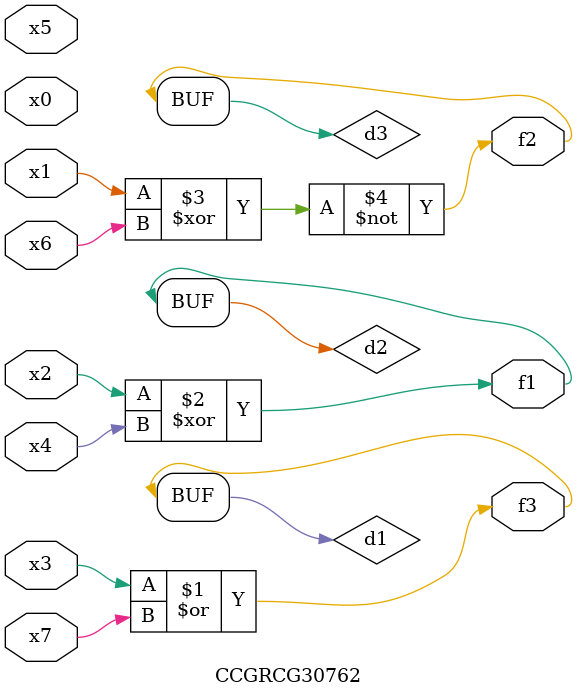
<source format=v>
module CCGRCG30762(
	input x0, x1, x2, x3, x4, x5, x6, x7,
	output f1, f2, f3
);

	wire d1, d2, d3;

	or (d1, x3, x7);
	xor (d2, x2, x4);
	xnor (d3, x1, x6);
	assign f1 = d2;
	assign f2 = d3;
	assign f3 = d1;
endmodule

</source>
